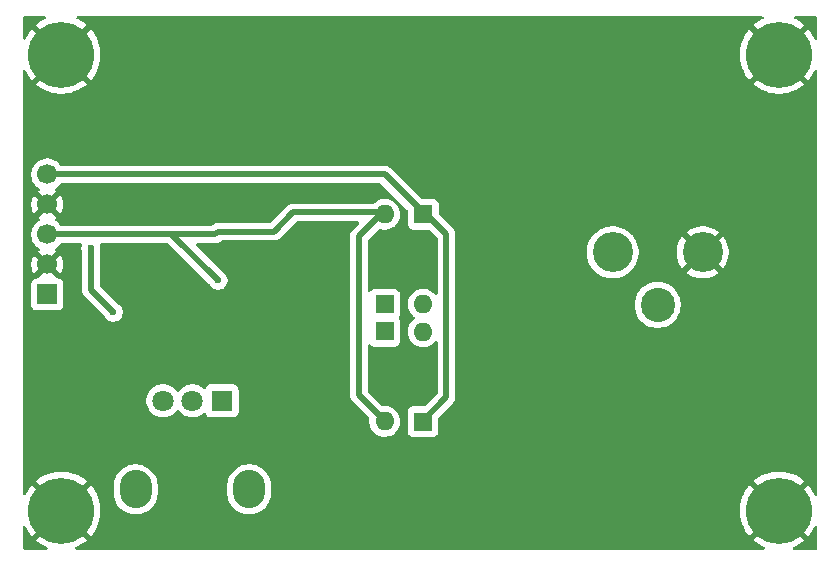
<source format=gbr>
%TF.GenerationSoftware,KiCad,Pcbnew,9.0.1-1.fc42*%
%TF.CreationDate,2025-05-12T13:06:46+02:00*%
%TF.ProjectId,PreAmp,50726541-6d70-42e6-9b69-6361645f7063,1*%
%TF.SameCoordinates,Original*%
%TF.FileFunction,Copper,L2,Bot*%
%TF.FilePolarity,Positive*%
%FSLAX46Y46*%
G04 Gerber Fmt 4.6, Leading zero omitted, Abs format (unit mm)*
G04 Created by KiCad (PCBNEW 9.0.1-1.fc42) date 2025-05-12 13:06:46*
%MOMM*%
%LPD*%
G01*
G04 APERTURE LIST*
%TA.AperFunction,ComponentPad*%
%ADD10O,2.720000X3.240000*%
%TD*%
%TA.AperFunction,ComponentPad*%
%ADD11R,1.800000X1.800000*%
%TD*%
%TA.AperFunction,ComponentPad*%
%ADD12C,1.800000*%
%TD*%
%TA.AperFunction,ComponentPad*%
%ADD13C,3.400000*%
%TD*%
%TA.AperFunction,ComponentPad*%
%ADD14C,2.900000*%
%TD*%
%TA.AperFunction,ComponentPad*%
%ADD15C,3.600000*%
%TD*%
%TA.AperFunction,ConnectorPad*%
%ADD16C,5.600000*%
%TD*%
%TA.AperFunction,ComponentPad*%
%ADD17R,1.600000X1.600000*%
%TD*%
%TA.AperFunction,ComponentPad*%
%ADD18O,1.600000X1.600000*%
%TD*%
%TA.AperFunction,ComponentPad*%
%ADD19R,1.700000X1.700000*%
%TD*%
%TA.AperFunction,ComponentPad*%
%ADD20C,1.700000*%
%TD*%
%TA.AperFunction,ViaPad*%
%ADD21C,0.600000*%
%TD*%
%TA.AperFunction,Conductor*%
%ADD22C,0.500000*%
%TD*%
%TA.AperFunction,Conductor*%
%ADD23C,0.200000*%
%TD*%
G04 APERTURE END LIST*
D10*
%TO.P,RV1,*%
%TO.N,*%
X134900000Y-115400000D03*
X125300000Y-115400000D03*
D11*
%TO.P,RV1,1,1*%
%TO.N,Net-(JP1-A)*%
X132600000Y-107900000D03*
D12*
%TO.P,RV1,2,2*%
%TO.N,Net-(U2-RG1)*%
X130100000Y-107900000D03*
%TO.P,RV1,3,3*%
%TO.N,Net-(R5-Pad1)*%
X127600000Y-107900000D03*
%TD*%
D13*
%TO.P,J1,1*%
%TO.N,GND*%
X173300000Y-95330000D03*
%TO.P,J1,2*%
%TO.N,/XLR+*%
X165680000Y-95330000D03*
D14*
%TO.P,J1,3*%
%TO.N,/XLR-*%
X169490000Y-99780000D03*
%TD*%
D15*
%TO.P,H4,1,1*%
%TO.N,GND*%
X179750000Y-78600000D03*
D16*
X179750000Y-78600000D03*
%TD*%
D17*
%TO.P,D4,1,K*%
%TO.N,/Cont-*%
X146370000Y-102030000D03*
D18*
%TO.P,D4,2,A*%
%TO.N,-6V*%
X146370000Y-109650000D03*
%TD*%
D17*
%TO.P,D2,1,K*%
%TO.N,/Cont+*%
X146380000Y-99730000D03*
D18*
%TO.P,D2,2,A*%
%TO.N,-6V*%
X146380000Y-92110000D03*
%TD*%
D15*
%TO.P,H1,1,1*%
%TO.N,GND*%
X179750000Y-117200000D03*
D16*
X179750000Y-117200000D03*
%TD*%
D19*
%TO.P,J2,1,Pin_1*%
%TO.N,Out*%
X117808000Y-98900000D03*
D20*
%TO.P,J2,2,Pin_2*%
%TO.N,GND*%
X117808000Y-96360000D03*
%TO.P,J2,3,Pin_3*%
%TO.N,-6V*%
X117808000Y-93820000D03*
%TO.P,J2,4,Pin_4*%
%TO.N,GND*%
X117808000Y-91280000D03*
%TO.P,J2,5,Pin_5*%
%TO.N,6V*%
X117808000Y-88740000D03*
%TD*%
D17*
%TO.P,D1,1,K*%
%TO.N,6V*%
X149640000Y-92110000D03*
D18*
%TO.P,D1,2,A*%
%TO.N,/Cont+*%
X149640000Y-99730000D03*
%TD*%
D15*
%TO.P,H2,1,1*%
%TO.N,GND*%
X119000000Y-117200000D03*
D16*
X119000000Y-117200000D03*
%TD*%
D15*
%TO.P,H3,1,1*%
%TO.N,GND*%
X119000000Y-78600000D03*
D16*
X119000000Y-78600000D03*
%TD*%
D17*
%TO.P,D3,1,K*%
%TO.N,6V*%
X149630000Y-109660000D03*
D18*
%TO.P,D3,2,A*%
%TO.N,/Cont-*%
X149630000Y-102040000D03*
%TD*%
D21*
%TO.N,GND*%
X127670000Y-90400000D03*
X127320000Y-92620000D03*
%TO.N,-6V*%
X132270000Y-97700000D03*
%TO.N,6V*%
X123400000Y-100400000D03*
X121500000Y-95000000D03*
%TD*%
D22*
%TO.N,-6V*%
X146220000Y-91960000D02*
X144200000Y-93980000D01*
X144200000Y-107400000D02*
X146400000Y-109600000D01*
X117808000Y-93820000D02*
X128400000Y-93820000D01*
X132280000Y-93580000D02*
X137000000Y-93580000D01*
X128400000Y-93830000D02*
X128400000Y-93820000D01*
X138620000Y-91960000D02*
X146220000Y-91960000D01*
X128400000Y-93820000D02*
X132040000Y-93820000D01*
X132040000Y-93820000D02*
X132280000Y-93580000D01*
X132270000Y-97700000D02*
X128400000Y-93830000D01*
X137000000Y-93580000D02*
X138620000Y-91960000D01*
X144200000Y-93980000D02*
X144200000Y-107400000D01*
%TO.N,6V*%
X121500000Y-98500000D02*
X121500000Y-95000000D01*
X151600000Y-107600000D02*
X149600000Y-109600000D01*
X123400000Y-100400000D02*
X121500000Y-98500000D01*
X149800000Y-91980000D02*
X151600000Y-93780000D01*
X149600000Y-91980000D02*
X149800000Y-91980000D01*
X146445000Y-88805000D02*
X149600000Y-91960000D01*
D23*
X149600000Y-91960000D02*
X149600000Y-91980000D01*
D22*
X151600000Y-93780000D02*
X151600000Y-107600000D01*
X146380000Y-88740000D02*
X146445000Y-88805000D01*
X117808000Y-88740000D02*
X146380000Y-88740000D01*
%TD*%
%TA.AperFunction,Conductor*%
%TO.N,GND*%
G36*
X117779588Y-118242330D02*
G01*
X117957670Y-118420412D01*
X118059300Y-118494251D01*
X116849443Y-119704107D01*
X116849444Y-119704108D01*
X117031815Y-119853777D01*
X117031829Y-119853787D01*
X117301401Y-120033909D01*
X117301419Y-120033920D01*
X117587359Y-120186759D01*
X117587364Y-120186761D01*
X117766444Y-120260939D01*
X117820847Y-120304780D01*
X117842912Y-120371074D01*
X117825633Y-120438774D01*
X117774495Y-120486384D01*
X117718991Y-120499500D01*
X115874500Y-120499500D01*
X115807461Y-120479815D01*
X115761706Y-120427011D01*
X115750500Y-120375500D01*
X115750500Y-118601719D01*
X115770185Y-118534680D01*
X115822989Y-118488925D01*
X115892147Y-118478981D01*
X115955703Y-118508006D01*
X115989061Y-118554267D01*
X116013235Y-118612628D01*
X116013240Y-118612640D01*
X116166079Y-118898580D01*
X116166090Y-118898598D01*
X116346212Y-119168170D01*
X116346222Y-119168184D01*
X116495890Y-119350554D01*
X116495891Y-119350555D01*
X117705748Y-118140698D01*
X117779588Y-118242330D01*
G37*
%TD.AperFunction*%
%TA.AperFunction,Conductor*%
G36*
X178415320Y-75370185D02*
G01*
X178461075Y-75422989D01*
X178471019Y-75492147D01*
X178441994Y-75555703D01*
X178395733Y-75589061D01*
X178337371Y-75613235D01*
X178337359Y-75613240D01*
X178051419Y-75766079D01*
X178051401Y-75766090D01*
X177781829Y-75946212D01*
X177781815Y-75946222D01*
X177599444Y-76095890D01*
X177599443Y-76095891D01*
X178809301Y-77305748D01*
X178707670Y-77379588D01*
X178529588Y-77557670D01*
X178455748Y-77659301D01*
X177245891Y-76449443D01*
X177245890Y-76449444D01*
X177096222Y-76631815D01*
X177096212Y-76631829D01*
X176916090Y-76901401D01*
X176916079Y-76901419D01*
X176763240Y-77187359D01*
X176763238Y-77187364D01*
X176639157Y-77486921D01*
X176545033Y-77797207D01*
X176545030Y-77797218D01*
X176481782Y-78115198D01*
X176481779Y-78115215D01*
X176450000Y-78437884D01*
X176450000Y-78762115D01*
X176481779Y-79084784D01*
X176481782Y-79084801D01*
X176545030Y-79402781D01*
X176545033Y-79402792D01*
X176639157Y-79713078D01*
X176763238Y-80012635D01*
X176763240Y-80012640D01*
X176916079Y-80298580D01*
X176916090Y-80298598D01*
X177096212Y-80568170D01*
X177096222Y-80568184D01*
X177245890Y-80750554D01*
X177245891Y-80750555D01*
X178455748Y-79540698D01*
X178529588Y-79642330D01*
X178707670Y-79820412D01*
X178809300Y-79894251D01*
X177599443Y-81104107D01*
X177599444Y-81104108D01*
X177781815Y-81253777D01*
X177781829Y-81253787D01*
X178051401Y-81433909D01*
X178051419Y-81433920D01*
X178337359Y-81586759D01*
X178337364Y-81586761D01*
X178636921Y-81710842D01*
X178947207Y-81804966D01*
X178947218Y-81804969D01*
X179265198Y-81868217D01*
X179265215Y-81868220D01*
X179587884Y-81900000D01*
X179912116Y-81900000D01*
X180234784Y-81868220D01*
X180234801Y-81868217D01*
X180552781Y-81804969D01*
X180552792Y-81804966D01*
X180863078Y-81710842D01*
X181162635Y-81586761D01*
X181162640Y-81586759D01*
X181448580Y-81433920D01*
X181448598Y-81433909D01*
X181718170Y-81253787D01*
X181718183Y-81253777D01*
X181900554Y-81104108D01*
X181900554Y-81104107D01*
X180690698Y-79894251D01*
X180792330Y-79820412D01*
X180970412Y-79642330D01*
X181044251Y-79540698D01*
X182254107Y-80750554D01*
X182254108Y-80750554D01*
X182403777Y-80568183D01*
X182403787Y-80568170D01*
X182583909Y-80298598D01*
X182583920Y-80298580D01*
X182736759Y-80012640D01*
X182736761Y-80012635D01*
X182770939Y-79930124D01*
X182814780Y-79875721D01*
X182881074Y-79853656D01*
X182948773Y-79870935D01*
X182996384Y-79922072D01*
X183009500Y-79977577D01*
X183009500Y-115822422D01*
X182989815Y-115889461D01*
X182937011Y-115935216D01*
X182867853Y-115945160D01*
X182804297Y-115916135D01*
X182770939Y-115869875D01*
X182736761Y-115787364D01*
X182736759Y-115787359D01*
X182583920Y-115501419D01*
X182583909Y-115501401D01*
X182403787Y-115231829D01*
X182403777Y-115231815D01*
X182254108Y-115049444D01*
X182254107Y-115049443D01*
X181044250Y-116259299D01*
X180970412Y-116157670D01*
X180792330Y-115979588D01*
X180690697Y-115905747D01*
X181900555Y-114695891D01*
X181900554Y-114695890D01*
X181718184Y-114546222D01*
X181718170Y-114546212D01*
X181448598Y-114366090D01*
X181448580Y-114366079D01*
X181162640Y-114213240D01*
X181162635Y-114213238D01*
X180863078Y-114089157D01*
X180552792Y-113995033D01*
X180552781Y-113995030D01*
X180234801Y-113931782D01*
X180234784Y-113931779D01*
X179912116Y-113900000D01*
X179587884Y-113900000D01*
X179265215Y-113931779D01*
X179265198Y-113931782D01*
X178947218Y-113995030D01*
X178947207Y-113995033D01*
X178636921Y-114089157D01*
X178337364Y-114213238D01*
X178337359Y-114213240D01*
X178051419Y-114366079D01*
X178051401Y-114366090D01*
X177781829Y-114546212D01*
X177781815Y-114546222D01*
X177599444Y-114695890D01*
X177599443Y-114695891D01*
X178809301Y-115905748D01*
X178707670Y-115979588D01*
X178529588Y-116157670D01*
X178455748Y-116259301D01*
X177245891Y-115049443D01*
X177245890Y-115049444D01*
X177096222Y-115231815D01*
X177096212Y-115231829D01*
X176916090Y-115501401D01*
X176916079Y-115501419D01*
X176763240Y-115787359D01*
X176763238Y-115787364D01*
X176639157Y-116086921D01*
X176545033Y-116397207D01*
X176545030Y-116397218D01*
X176481782Y-116715198D01*
X176481779Y-116715215D01*
X176450000Y-117037884D01*
X176450000Y-117362115D01*
X176481779Y-117684784D01*
X176481782Y-117684801D01*
X176545030Y-118002781D01*
X176545033Y-118002792D01*
X176639157Y-118313078D01*
X176763238Y-118612635D01*
X176763240Y-118612640D01*
X176916079Y-118898580D01*
X176916090Y-118898598D01*
X177096212Y-119168170D01*
X177096222Y-119168184D01*
X177245890Y-119350554D01*
X177245891Y-119350555D01*
X178455748Y-118140698D01*
X178529588Y-118242330D01*
X178707670Y-118420412D01*
X178809300Y-118494251D01*
X177599443Y-119704107D01*
X177599444Y-119704108D01*
X177781815Y-119853777D01*
X177781829Y-119853787D01*
X178051401Y-120033909D01*
X178051419Y-120033920D01*
X178337359Y-120186759D01*
X178337364Y-120186761D01*
X178516444Y-120260939D01*
X178570847Y-120304780D01*
X178592912Y-120371074D01*
X178575633Y-120438774D01*
X178524495Y-120486384D01*
X178468991Y-120499500D01*
X120281009Y-120499500D01*
X120213970Y-120479815D01*
X120168215Y-120427011D01*
X120158271Y-120357853D01*
X120187296Y-120294297D01*
X120233556Y-120260939D01*
X120412635Y-120186761D01*
X120412640Y-120186759D01*
X120698580Y-120033920D01*
X120698598Y-120033909D01*
X120968170Y-119853787D01*
X120968183Y-119853777D01*
X121150554Y-119704108D01*
X121150554Y-119704107D01*
X119940698Y-118494251D01*
X120042330Y-118420412D01*
X120220412Y-118242330D01*
X120294251Y-118140698D01*
X121504107Y-119350554D01*
X121504108Y-119350554D01*
X121653777Y-119168183D01*
X121653787Y-119168170D01*
X121833909Y-118898598D01*
X121833920Y-118898580D01*
X121986759Y-118612640D01*
X121986761Y-118612635D01*
X122110842Y-118313078D01*
X122204966Y-118002792D01*
X122204969Y-118002781D01*
X122268217Y-117684801D01*
X122268220Y-117684784D01*
X122300000Y-117362115D01*
X122300000Y-117037884D01*
X122268220Y-116715215D01*
X122268217Y-116715198D01*
X122204969Y-116397218D01*
X122204966Y-116397207D01*
X122110842Y-116086921D01*
X121986761Y-115787364D01*
X121986759Y-115787359D01*
X121833920Y-115501419D01*
X121833909Y-115501401D01*
X121653787Y-115231829D01*
X121653777Y-115231816D01*
X121539576Y-115092662D01*
X121504107Y-115049443D01*
X120294250Y-116259300D01*
X120220412Y-116157670D01*
X120042330Y-115979588D01*
X119940697Y-115905747D01*
X120828397Y-115018048D01*
X123439500Y-115018048D01*
X123439500Y-115781951D01*
X123457167Y-115916135D01*
X123471334Y-116023744D01*
X123471335Y-116023746D01*
X123534456Y-116259320D01*
X123534459Y-116259330D01*
X123627786Y-116484640D01*
X123627791Y-116484651D01*
X123749727Y-116695848D01*
X123749738Y-116695864D01*
X123898199Y-116889343D01*
X123898205Y-116889350D01*
X124070649Y-117061794D01*
X124070655Y-117061799D01*
X124264144Y-117210268D01*
X124264151Y-117210272D01*
X124475348Y-117332208D01*
X124475353Y-117332210D01*
X124475356Y-117332212D01*
X124700679Y-117425544D01*
X124936256Y-117488666D01*
X125178056Y-117520500D01*
X125178063Y-117520500D01*
X125421937Y-117520500D01*
X125421944Y-117520500D01*
X125663744Y-117488666D01*
X125899321Y-117425544D01*
X126124644Y-117332212D01*
X126335856Y-117210268D01*
X126529345Y-117061799D01*
X126701799Y-116889345D01*
X126850268Y-116695856D01*
X126972212Y-116484644D01*
X127065544Y-116259321D01*
X127128666Y-116023744D01*
X127160500Y-115781944D01*
X127160500Y-115018056D01*
X127160499Y-115018048D01*
X133039500Y-115018048D01*
X133039500Y-115781951D01*
X133057167Y-115916135D01*
X133071334Y-116023744D01*
X133071335Y-116023746D01*
X133134456Y-116259320D01*
X133134459Y-116259330D01*
X133227786Y-116484640D01*
X133227791Y-116484651D01*
X133349727Y-116695848D01*
X133349738Y-116695864D01*
X133498199Y-116889343D01*
X133498205Y-116889350D01*
X133670649Y-117061794D01*
X133670655Y-117061799D01*
X133864144Y-117210268D01*
X133864151Y-117210272D01*
X134075348Y-117332208D01*
X134075353Y-117332210D01*
X134075356Y-117332212D01*
X134300679Y-117425544D01*
X134536256Y-117488666D01*
X134778056Y-117520500D01*
X134778063Y-117520500D01*
X135021937Y-117520500D01*
X135021944Y-117520500D01*
X135263744Y-117488666D01*
X135499321Y-117425544D01*
X135724644Y-117332212D01*
X135935856Y-117210268D01*
X136129345Y-117061799D01*
X136153260Y-117037884D01*
X136243989Y-116947156D01*
X136301794Y-116889350D01*
X136301799Y-116889345D01*
X136450268Y-116695856D01*
X136572212Y-116484644D01*
X136665544Y-116259321D01*
X136728666Y-116023744D01*
X136760500Y-115781944D01*
X136760500Y-115018056D01*
X136728666Y-114776256D01*
X136665544Y-114540679D01*
X136572212Y-114315356D01*
X136572210Y-114315353D01*
X136572208Y-114315348D01*
X136450272Y-114104151D01*
X136450268Y-114104144D01*
X136301799Y-113910655D01*
X136301794Y-113910649D01*
X136129350Y-113738205D01*
X136129343Y-113738199D01*
X135935864Y-113589738D01*
X135935862Y-113589736D01*
X135935856Y-113589732D01*
X135935851Y-113589729D01*
X135935848Y-113589727D01*
X135724651Y-113467791D01*
X135724640Y-113467786D01*
X135499330Y-113374459D01*
X135499323Y-113374457D01*
X135499321Y-113374456D01*
X135263744Y-113311334D01*
X135223333Y-113306013D01*
X135021951Y-113279500D01*
X135021944Y-113279500D01*
X134778056Y-113279500D01*
X134778048Y-113279500D01*
X134547896Y-113309801D01*
X134536256Y-113311334D01*
X134300679Y-113374456D01*
X134300669Y-113374459D01*
X134075359Y-113467786D01*
X134075348Y-113467791D01*
X133864151Y-113589727D01*
X133864135Y-113589738D01*
X133670656Y-113738199D01*
X133670649Y-113738205D01*
X133498205Y-113910649D01*
X133498199Y-113910656D01*
X133349738Y-114104135D01*
X133349727Y-114104151D01*
X133227791Y-114315348D01*
X133227786Y-114315359D01*
X133134459Y-114540669D01*
X133134456Y-114540679D01*
X133071336Y-114776251D01*
X133071335Y-114776253D01*
X133071333Y-114776264D01*
X133039500Y-115018048D01*
X127160499Y-115018048D01*
X127128666Y-114776256D01*
X127065544Y-114540679D01*
X126972212Y-114315356D01*
X126972210Y-114315353D01*
X126972208Y-114315348D01*
X126850272Y-114104151D01*
X126850268Y-114104144D01*
X126701799Y-113910655D01*
X126701794Y-113910649D01*
X126529350Y-113738205D01*
X126529343Y-113738199D01*
X126335864Y-113589738D01*
X126335862Y-113589736D01*
X126335856Y-113589732D01*
X126335851Y-113589729D01*
X126335848Y-113589727D01*
X126124651Y-113467791D01*
X126124640Y-113467786D01*
X125899330Y-113374459D01*
X125899323Y-113374457D01*
X125899321Y-113374456D01*
X125663744Y-113311334D01*
X125623333Y-113306013D01*
X125421951Y-113279500D01*
X125421944Y-113279500D01*
X125178056Y-113279500D01*
X125178048Y-113279500D01*
X124947896Y-113309801D01*
X124936256Y-113311334D01*
X124700679Y-113374456D01*
X124700669Y-113374459D01*
X124475359Y-113467786D01*
X124475348Y-113467791D01*
X124264151Y-113589727D01*
X124264135Y-113589738D01*
X124070656Y-113738199D01*
X124070649Y-113738205D01*
X123898205Y-113910649D01*
X123898199Y-113910656D01*
X123749738Y-114104135D01*
X123749727Y-114104151D01*
X123627791Y-114315348D01*
X123627786Y-114315359D01*
X123534459Y-114540669D01*
X123534456Y-114540679D01*
X123471336Y-114776251D01*
X123471335Y-114776253D01*
X123471333Y-114776264D01*
X123439500Y-115018048D01*
X120828397Y-115018048D01*
X121150555Y-114695891D01*
X121150554Y-114695890D01*
X120968184Y-114546222D01*
X120968170Y-114546212D01*
X120698598Y-114366090D01*
X120698580Y-114366079D01*
X120412640Y-114213240D01*
X120412635Y-114213238D01*
X120113078Y-114089157D01*
X119802792Y-113995033D01*
X119802781Y-113995030D01*
X119484801Y-113931782D01*
X119484784Y-113931779D01*
X119162116Y-113900000D01*
X118837884Y-113900000D01*
X118515215Y-113931779D01*
X118515198Y-113931782D01*
X118197218Y-113995030D01*
X118197207Y-113995033D01*
X117886921Y-114089157D01*
X117587364Y-114213238D01*
X117587359Y-114213240D01*
X117301419Y-114366079D01*
X117301401Y-114366090D01*
X117031829Y-114546212D01*
X117031815Y-114546222D01*
X116849444Y-114695890D01*
X116849443Y-114695891D01*
X118059301Y-115905748D01*
X117957670Y-115979588D01*
X117779588Y-116157670D01*
X117705748Y-116259301D01*
X116495891Y-115049443D01*
X116495890Y-115049444D01*
X116346222Y-115231815D01*
X116346212Y-115231829D01*
X116166090Y-115501401D01*
X116166079Y-115501419D01*
X116013240Y-115787359D01*
X116013238Y-115787364D01*
X115989061Y-115845733D01*
X115945220Y-115900136D01*
X115878925Y-115922201D01*
X115811226Y-115904922D01*
X115763616Y-115853784D01*
X115750500Y-115798280D01*
X115750500Y-107789776D01*
X126199500Y-107789776D01*
X126199500Y-108010221D01*
X126233985Y-108227952D01*
X126302103Y-108437603D01*
X126302104Y-108437606D01*
X126402187Y-108634025D01*
X126531752Y-108812358D01*
X126531756Y-108812363D01*
X126687636Y-108968243D01*
X126687641Y-108968247D01*
X126789610Y-109042331D01*
X126865978Y-109097815D01*
X126994375Y-109163237D01*
X127062393Y-109197895D01*
X127062396Y-109197896D01*
X127167221Y-109231955D01*
X127272049Y-109266015D01*
X127489778Y-109300500D01*
X127489779Y-109300500D01*
X127710221Y-109300500D01*
X127710222Y-109300500D01*
X127927951Y-109266015D01*
X128137606Y-109197895D01*
X128334022Y-109097815D01*
X128512365Y-108968242D01*
X128668242Y-108812365D01*
X128749682Y-108700270D01*
X128805011Y-108657606D01*
X128874624Y-108651627D01*
X128936420Y-108684232D01*
X128950313Y-108700265D01*
X129031577Y-108812116D01*
X129031758Y-108812365D01*
X129187636Y-108968243D01*
X129187641Y-108968247D01*
X129289610Y-109042331D01*
X129365978Y-109097815D01*
X129494375Y-109163237D01*
X129562393Y-109197895D01*
X129562396Y-109197896D01*
X129667221Y-109231955D01*
X129772049Y-109266015D01*
X129989778Y-109300500D01*
X129989779Y-109300500D01*
X130210221Y-109300500D01*
X130210222Y-109300500D01*
X130427951Y-109266015D01*
X130637606Y-109197895D01*
X130834022Y-109097815D01*
X131012365Y-108968242D01*
X131033401Y-108947205D01*
X131094721Y-108913720D01*
X131164413Y-108918703D01*
X131220348Y-108960574D01*
X131237264Y-108991552D01*
X131256203Y-109042329D01*
X131256206Y-109042335D01*
X131342452Y-109157544D01*
X131342455Y-109157547D01*
X131457664Y-109243793D01*
X131457671Y-109243797D01*
X131592517Y-109294091D01*
X131592516Y-109294091D01*
X131599444Y-109294835D01*
X131652127Y-109300500D01*
X133547872Y-109300499D01*
X133607483Y-109294091D01*
X133742331Y-109243796D01*
X133857546Y-109157546D01*
X133943796Y-109042331D01*
X133994091Y-108907483D01*
X134000500Y-108847873D01*
X134000499Y-106952128D01*
X133994091Y-106892517D01*
X133979275Y-106852794D01*
X133943797Y-106757671D01*
X133943793Y-106757664D01*
X133857547Y-106642455D01*
X133857544Y-106642452D01*
X133742335Y-106556206D01*
X133742328Y-106556202D01*
X133607482Y-106505908D01*
X133607483Y-106505908D01*
X133547883Y-106499501D01*
X133547881Y-106499500D01*
X133547873Y-106499500D01*
X133547864Y-106499500D01*
X131652129Y-106499500D01*
X131652123Y-106499501D01*
X131592516Y-106505908D01*
X131457671Y-106556202D01*
X131457664Y-106556206D01*
X131342455Y-106642452D01*
X131342452Y-106642455D01*
X131256206Y-106757664D01*
X131256201Y-106757674D01*
X131237263Y-106808448D01*
X131195391Y-106864381D01*
X131129927Y-106888797D01*
X131061654Y-106873945D01*
X131033401Y-106852794D01*
X131012363Y-106831756D01*
X131012358Y-106831752D01*
X130834025Y-106702187D01*
X130834024Y-106702186D01*
X130834022Y-106702185D01*
X130716791Y-106642452D01*
X130637606Y-106602104D01*
X130637603Y-106602103D01*
X130427952Y-106533985D01*
X130319086Y-106516742D01*
X130210222Y-106499500D01*
X129989778Y-106499500D01*
X129917201Y-106510995D01*
X129772047Y-106533985D01*
X129562396Y-106602103D01*
X129562393Y-106602104D01*
X129365974Y-106702187D01*
X129187641Y-106831752D01*
X129187636Y-106831756D01*
X129031756Y-106987636D01*
X129031752Y-106987641D01*
X128950318Y-107099727D01*
X128894989Y-107142393D01*
X128825375Y-107148372D01*
X128763580Y-107115767D01*
X128749682Y-107099727D01*
X128668247Y-106987641D01*
X128668243Y-106987636D01*
X128512363Y-106831756D01*
X128512358Y-106831752D01*
X128334025Y-106702187D01*
X128334024Y-106702186D01*
X128334022Y-106702185D01*
X128216791Y-106642452D01*
X128137606Y-106602104D01*
X128137603Y-106602103D01*
X127927952Y-106533985D01*
X127819086Y-106516742D01*
X127710222Y-106499500D01*
X127489778Y-106499500D01*
X127417201Y-106510995D01*
X127272047Y-106533985D01*
X127062396Y-106602103D01*
X127062393Y-106602104D01*
X126865974Y-106702187D01*
X126687641Y-106831752D01*
X126687636Y-106831756D01*
X126531756Y-106987636D01*
X126531752Y-106987641D01*
X126402187Y-107165974D01*
X126302104Y-107362393D01*
X126302103Y-107362396D01*
X126233985Y-107572047D01*
X126199500Y-107789776D01*
X115750500Y-107789776D01*
X115750500Y-88633713D01*
X116457500Y-88633713D01*
X116457500Y-88846286D01*
X116490753Y-89056239D01*
X116556444Y-89258414D01*
X116652951Y-89447820D01*
X116777890Y-89619786D01*
X116928213Y-89770109D01*
X117100179Y-89895048D01*
X117100181Y-89895049D01*
X117100184Y-89895051D01*
X117109493Y-89899794D01*
X117160290Y-89947766D01*
X117177087Y-90015587D01*
X117154552Y-90081722D01*
X117109505Y-90120760D01*
X117100446Y-90125376D01*
X117100440Y-90125380D01*
X117046282Y-90164727D01*
X117046282Y-90164728D01*
X117678591Y-90797037D01*
X117615007Y-90814075D01*
X117500993Y-90879901D01*
X117407901Y-90972993D01*
X117342075Y-91087007D01*
X117325037Y-91150591D01*
X116692728Y-90518282D01*
X116692727Y-90518282D01*
X116653380Y-90572439D01*
X116556904Y-90761782D01*
X116491242Y-90963869D01*
X116491242Y-90963872D01*
X116458000Y-91173753D01*
X116458000Y-91386246D01*
X116491242Y-91596127D01*
X116491242Y-91596130D01*
X116556904Y-91798217D01*
X116653375Y-91987550D01*
X116692728Y-92041716D01*
X117325037Y-91409408D01*
X117342075Y-91472993D01*
X117407901Y-91587007D01*
X117500993Y-91680099D01*
X117615007Y-91745925D01*
X117678590Y-91762962D01*
X117046282Y-92395269D01*
X117046282Y-92395270D01*
X117100452Y-92434626D01*
X117100451Y-92434626D01*
X117109495Y-92439234D01*
X117160292Y-92487208D01*
X117177087Y-92555029D01*
X117154550Y-92621164D01*
X117109499Y-92660202D01*
X117100182Y-92664949D01*
X116928213Y-92789890D01*
X116777890Y-92940213D01*
X116652951Y-93112179D01*
X116556444Y-93301585D01*
X116490753Y-93503760D01*
X116471629Y-93624505D01*
X116457500Y-93713713D01*
X116457500Y-93926287D01*
X116490754Y-94136243D01*
X116554195Y-94331494D01*
X116556444Y-94338414D01*
X116652951Y-94527820D01*
X116777890Y-94699786D01*
X116928213Y-94850109D01*
X117100179Y-94975048D01*
X117100181Y-94975049D01*
X117100184Y-94975051D01*
X117109493Y-94979794D01*
X117160290Y-95027766D01*
X117177087Y-95095587D01*
X117154552Y-95161722D01*
X117109505Y-95200760D01*
X117100446Y-95205376D01*
X117100440Y-95205380D01*
X117046282Y-95244727D01*
X117046282Y-95244728D01*
X117678591Y-95877037D01*
X117615007Y-95894075D01*
X117500993Y-95959901D01*
X117407901Y-96052993D01*
X117342075Y-96167007D01*
X117325037Y-96230591D01*
X116692728Y-95598282D01*
X116692727Y-95598282D01*
X116653380Y-95652439D01*
X116556904Y-95841782D01*
X116491242Y-96043869D01*
X116491242Y-96043872D01*
X116458000Y-96253753D01*
X116458000Y-96466246D01*
X116491242Y-96676127D01*
X116491242Y-96676130D01*
X116556904Y-96878217D01*
X116653375Y-97067550D01*
X116692728Y-97121716D01*
X117325037Y-96489408D01*
X117342075Y-96552993D01*
X117407901Y-96667007D01*
X117500993Y-96760099D01*
X117615007Y-96825925D01*
X117678590Y-96842962D01*
X117008370Y-97513181D01*
X116947047Y-97546666D01*
X116920698Y-97549500D01*
X116910134Y-97549500D01*
X116910123Y-97549501D01*
X116850516Y-97555908D01*
X116715671Y-97606202D01*
X116715664Y-97606206D01*
X116600455Y-97692452D01*
X116600452Y-97692455D01*
X116514206Y-97807664D01*
X116514202Y-97807671D01*
X116463908Y-97942517D01*
X116457501Y-98002116D01*
X116457501Y-98002123D01*
X116457500Y-98002135D01*
X116457500Y-99797870D01*
X116457501Y-99797876D01*
X116463908Y-99857483D01*
X116514202Y-99992328D01*
X116514206Y-99992335D01*
X116600452Y-100107544D01*
X116600455Y-100107547D01*
X116715664Y-100193793D01*
X116715671Y-100193797D01*
X116850517Y-100244091D01*
X116850516Y-100244091D01*
X116857444Y-100244835D01*
X116910127Y-100250500D01*
X118705872Y-100250499D01*
X118765483Y-100244091D01*
X118900331Y-100193796D01*
X119015546Y-100107546D01*
X119101796Y-99992331D01*
X119152091Y-99857483D01*
X119158500Y-99797873D01*
X119158499Y-98002128D01*
X119152091Y-97942517D01*
X119148728Y-97933501D01*
X119101797Y-97807671D01*
X119101793Y-97807664D01*
X119015547Y-97692455D01*
X119015544Y-97692452D01*
X118900335Y-97606206D01*
X118900328Y-97606202D01*
X118765482Y-97555908D01*
X118765483Y-97555908D01*
X118705883Y-97549501D01*
X118705881Y-97549500D01*
X118705873Y-97549500D01*
X118705865Y-97549500D01*
X118695309Y-97549500D01*
X118628270Y-97529815D01*
X118607628Y-97513181D01*
X117937408Y-96842962D01*
X118000993Y-96825925D01*
X118115007Y-96760099D01*
X118208099Y-96667007D01*
X118273925Y-96552993D01*
X118290962Y-96489409D01*
X118923270Y-97121717D01*
X118923270Y-97121716D01*
X118962622Y-97067554D01*
X119059095Y-96878217D01*
X119124757Y-96676130D01*
X119124757Y-96676127D01*
X119158000Y-96466246D01*
X119158000Y-96253753D01*
X119124757Y-96043872D01*
X119124757Y-96043869D01*
X119059095Y-95841782D01*
X118962624Y-95652449D01*
X118923270Y-95598282D01*
X118923269Y-95598282D01*
X118290962Y-96230590D01*
X118273925Y-96167007D01*
X118208099Y-96052993D01*
X118115007Y-95959901D01*
X118000993Y-95894075D01*
X117937409Y-95877037D01*
X118569716Y-95244728D01*
X118515547Y-95205373D01*
X118515547Y-95205372D01*
X118506500Y-95200763D01*
X118455706Y-95152788D01*
X118438912Y-95084966D01*
X118461451Y-95018832D01*
X118506508Y-94979793D01*
X118515816Y-94975051D01*
X118595007Y-94917515D01*
X118687786Y-94850109D01*
X118687788Y-94850106D01*
X118687792Y-94850104D01*
X118838104Y-94699792D01*
X118857945Y-94672483D01*
X118894903Y-94621615D01*
X118950233Y-94578949D01*
X118995221Y-94570500D01*
X120625871Y-94570500D01*
X120692910Y-94590185D01*
X120738665Y-94642989D01*
X120748609Y-94712147D01*
X120740432Y-94741952D01*
X120730264Y-94766498D01*
X120730261Y-94766510D01*
X120699500Y-94921153D01*
X120699500Y-95078846D01*
X120730261Y-95233489D01*
X120730263Y-95233497D01*
X120740061Y-95257151D01*
X120749500Y-95304604D01*
X120749500Y-98573918D01*
X120749500Y-98573920D01*
X120749499Y-98573920D01*
X120778340Y-98718907D01*
X120778343Y-98718917D01*
X120834912Y-98855487D01*
X120834916Y-98855495D01*
X120840667Y-98864101D01*
X120840668Y-98864106D01*
X120840670Y-98864106D01*
X120917051Y-98978420D01*
X120917052Y-98978421D01*
X122653927Y-100715295D01*
X122680807Y-100755523D01*
X122690604Y-100779175D01*
X122690609Y-100779185D01*
X122778210Y-100910288D01*
X122778213Y-100910292D01*
X122889707Y-101021786D01*
X122889711Y-101021789D01*
X123020814Y-101109390D01*
X123020827Y-101109397D01*
X123166498Y-101169735D01*
X123166503Y-101169737D01*
X123304603Y-101197207D01*
X123321153Y-101200499D01*
X123321156Y-101200500D01*
X123321158Y-101200500D01*
X123478844Y-101200500D01*
X123478845Y-101200499D01*
X123633497Y-101169737D01*
X123779179Y-101109394D01*
X123910289Y-101021789D01*
X124021789Y-100910289D01*
X124109394Y-100779179D01*
X124169737Y-100633497D01*
X124200500Y-100478842D01*
X124200500Y-100321158D01*
X124200500Y-100321155D01*
X124200499Y-100321153D01*
X124169738Y-100166510D01*
X124169737Y-100166503D01*
X124169735Y-100166498D01*
X124109397Y-100020827D01*
X124109390Y-100020814D01*
X124021789Y-99889711D01*
X124021786Y-99889707D01*
X123910292Y-99778213D01*
X123910288Y-99778210D01*
X123779185Y-99690609D01*
X123779175Y-99690604D01*
X123755523Y-99680807D01*
X123715295Y-99653927D01*
X122286819Y-98225451D01*
X122253334Y-98164128D01*
X122250500Y-98137770D01*
X122250500Y-95304604D01*
X122259939Y-95257151D01*
X122262401Y-95251207D01*
X122269737Y-95233497D01*
X122300500Y-95078842D01*
X122300500Y-94921158D01*
X122300500Y-94921155D01*
X122300499Y-94921153D01*
X122280384Y-94820030D01*
X122269737Y-94766503D01*
X122259568Y-94741952D01*
X122252099Y-94672483D01*
X122283374Y-94610004D01*
X122343463Y-94574352D01*
X122374129Y-94570500D01*
X128027770Y-94570500D01*
X128094809Y-94590185D01*
X128115451Y-94606819D01*
X131523926Y-98015293D01*
X131550805Y-98055519D01*
X131560603Y-98079172D01*
X131560606Y-98079178D01*
X131560609Y-98079185D01*
X131648210Y-98210288D01*
X131648213Y-98210292D01*
X131759707Y-98321786D01*
X131759711Y-98321789D01*
X131890814Y-98409390D01*
X131890827Y-98409397D01*
X131954834Y-98435909D01*
X132036503Y-98469737D01*
X132144309Y-98491181D01*
X132191153Y-98500499D01*
X132191156Y-98500500D01*
X132191158Y-98500500D01*
X132348844Y-98500500D01*
X132348845Y-98500499D01*
X132503497Y-98469737D01*
X132649179Y-98409394D01*
X132780289Y-98321789D01*
X132891789Y-98210289D01*
X132979394Y-98079179D01*
X133039737Y-97933497D01*
X133070500Y-97778842D01*
X133070500Y-97621158D01*
X133070500Y-97621155D01*
X133070499Y-97621153D01*
X133056246Y-97549500D01*
X133039737Y-97466503D01*
X133019529Y-97417716D01*
X132979397Y-97320827D01*
X132979390Y-97320814D01*
X132891789Y-97189711D01*
X132891786Y-97189707D01*
X132780292Y-97078213D01*
X132780288Y-97078210D01*
X132649185Y-96990609D01*
X132649180Y-96990607D01*
X132649179Y-96990606D01*
X132625519Y-96980805D01*
X132585293Y-96953926D01*
X130413549Y-94782181D01*
X130380064Y-94720858D01*
X130385048Y-94651166D01*
X130426920Y-94595233D01*
X130492384Y-94570816D01*
X130501230Y-94570500D01*
X132113920Y-94570500D01*
X132211462Y-94551096D01*
X132258913Y-94541658D01*
X132395495Y-94485084D01*
X132444729Y-94452186D01*
X132518416Y-94402952D01*
X132559850Y-94361517D01*
X132565744Y-94356899D01*
X132591522Y-94346630D01*
X132615872Y-94333334D01*
X132628236Y-94332004D01*
X132630653Y-94331042D01*
X132632979Y-94331494D01*
X132642230Y-94330500D01*
X137073920Y-94330500D01*
X137171462Y-94311096D01*
X137218913Y-94301658D01*
X137355495Y-94245084D01*
X137404729Y-94212186D01*
X137478416Y-94162952D01*
X138894549Y-92746819D01*
X138955872Y-92713334D01*
X138982230Y-92710500D01*
X144108770Y-92710500D01*
X144175809Y-92730185D01*
X144221564Y-92782989D01*
X144231508Y-92852147D01*
X144202483Y-92915703D01*
X144196451Y-92922181D01*
X143617050Y-93501581D01*
X143617048Y-93501584D01*
X143599288Y-93528165D01*
X143599286Y-93528166D01*
X143599286Y-93528167D01*
X143534916Y-93624503D01*
X143534914Y-93624506D01*
X143478343Y-93761082D01*
X143478340Y-93761092D01*
X143449500Y-93906079D01*
X143449500Y-93906082D01*
X143449500Y-107473918D01*
X143449500Y-107473920D01*
X143449499Y-107473920D01*
X143478340Y-107618907D01*
X143478343Y-107618917D01*
X143534914Y-107755492D01*
X143557822Y-107789776D01*
X143557823Y-107789779D01*
X143617046Y-107878414D01*
X143617052Y-107878421D01*
X145054464Y-109315832D01*
X145087949Y-109377155D01*
X145089256Y-109422911D01*
X145069500Y-109547642D01*
X145069500Y-109752351D01*
X145101522Y-109954534D01*
X145164781Y-110149223D01*
X145257715Y-110331613D01*
X145378028Y-110497213D01*
X145522786Y-110641971D01*
X145605872Y-110702335D01*
X145688390Y-110762287D01*
X145796838Y-110817544D01*
X145870776Y-110855218D01*
X145870778Y-110855218D01*
X145870781Y-110855220D01*
X145975137Y-110889127D01*
X146065465Y-110918477D01*
X146166557Y-110934488D01*
X146267648Y-110950500D01*
X146267649Y-110950500D01*
X146472351Y-110950500D01*
X146472352Y-110950500D01*
X146674534Y-110918477D01*
X146869219Y-110855220D01*
X147051610Y-110762287D01*
X147144590Y-110694732D01*
X147217213Y-110641971D01*
X147217215Y-110641968D01*
X147217219Y-110641966D01*
X147361966Y-110497219D01*
X147361968Y-110497215D01*
X147361971Y-110497213D01*
X147414732Y-110424590D01*
X147482287Y-110331610D01*
X147575220Y-110149219D01*
X147638477Y-109954534D01*
X147670500Y-109752352D01*
X147670500Y-109547648D01*
X147643496Y-109377155D01*
X147638477Y-109345465D01*
X147605441Y-109243793D01*
X147575220Y-109150781D01*
X147575218Y-109150778D01*
X147575218Y-109150776D01*
X147519960Y-109042328D01*
X147482287Y-108968390D01*
X147446188Y-108918703D01*
X147361971Y-108802786D01*
X147217213Y-108658028D01*
X147051613Y-108537715D01*
X147051612Y-108537714D01*
X147051610Y-108537713D01*
X146994653Y-108508691D01*
X146869223Y-108444781D01*
X146674534Y-108381522D01*
X146499995Y-108353878D01*
X146472352Y-108349500D01*
X146267648Y-108349500D01*
X146262776Y-108349500D01*
X146262776Y-108347266D01*
X146203428Y-108334689D01*
X146174588Y-108313220D01*
X144986819Y-107125451D01*
X144953334Y-107064128D01*
X144950500Y-107037770D01*
X144950500Y-103210177D01*
X144970185Y-103143138D01*
X145022989Y-103097383D01*
X145092147Y-103087439D01*
X145155703Y-103116464D01*
X145173763Y-103135862D01*
X145212454Y-103187546D01*
X145242685Y-103210177D01*
X145327664Y-103273793D01*
X145327671Y-103273797D01*
X145462517Y-103324091D01*
X145462516Y-103324091D01*
X145469444Y-103324835D01*
X145522127Y-103330500D01*
X147217872Y-103330499D01*
X147277483Y-103324091D01*
X147412331Y-103273796D01*
X147527546Y-103187546D01*
X147613796Y-103072331D01*
X147664091Y-102937483D01*
X147670500Y-102877873D01*
X147670499Y-101182128D01*
X147664091Y-101122517D01*
X147659196Y-101109394D01*
X147613797Y-100987672D01*
X147613796Y-100987669D01*
X147593822Y-100960988D01*
X147569406Y-100895528D01*
X147584257Y-100827254D01*
X147593819Y-100812373D01*
X147623796Y-100772331D01*
X147674091Y-100637483D01*
X147680500Y-100577873D01*
X147680499Y-98882128D01*
X147674091Y-98822517D01*
X147635449Y-98718913D01*
X147623797Y-98687671D01*
X147623793Y-98687664D01*
X147537547Y-98572455D01*
X147537544Y-98572452D01*
X147422335Y-98486206D01*
X147422328Y-98486202D01*
X147287482Y-98435908D01*
X147287483Y-98435908D01*
X147227883Y-98429501D01*
X147227881Y-98429500D01*
X147227873Y-98429500D01*
X147227864Y-98429500D01*
X145532129Y-98429500D01*
X145532123Y-98429501D01*
X145472516Y-98435908D01*
X145337671Y-98486202D01*
X145337664Y-98486206D01*
X145222455Y-98572452D01*
X145173766Y-98637492D01*
X145117832Y-98679362D01*
X145048140Y-98684346D01*
X144986817Y-98650860D01*
X144953333Y-98589536D01*
X144950500Y-98563180D01*
X144950500Y-94342228D01*
X144970185Y-94275189D01*
X144986815Y-94254551D01*
X145861291Y-93380074D01*
X145922612Y-93346591D01*
X145987287Y-93349825D01*
X146075466Y-93378477D01*
X146277648Y-93410500D01*
X146277649Y-93410500D01*
X146482351Y-93410500D01*
X146482352Y-93410500D01*
X146684534Y-93378477D01*
X146879219Y-93315220D01*
X147061610Y-93222287D01*
X147157901Y-93152328D01*
X147227213Y-93101971D01*
X147227215Y-93101968D01*
X147227219Y-93101966D01*
X147371966Y-92957219D01*
X147371968Y-92957215D01*
X147371971Y-92957213D01*
X147443805Y-92858340D01*
X147492287Y-92791610D01*
X147585220Y-92609219D01*
X147648477Y-92414534D01*
X147680500Y-92212352D01*
X147680500Y-92007648D01*
X147648477Y-91805466D01*
X147622185Y-91724549D01*
X147585218Y-91610776D01*
X147515013Y-91472993D01*
X147492287Y-91428390D01*
X147454988Y-91377052D01*
X147371971Y-91262786D01*
X147227213Y-91118028D01*
X147061613Y-90997715D01*
X147061612Y-90997714D01*
X147061610Y-90997713D01*
X147004653Y-90968691D01*
X146879223Y-90904781D01*
X146684534Y-90841522D01*
X146509995Y-90813878D01*
X146482352Y-90809500D01*
X146277648Y-90809500D01*
X146253329Y-90813351D01*
X146075465Y-90841522D01*
X145880776Y-90904781D01*
X145698386Y-90997715D01*
X145532786Y-91118028D01*
X145532782Y-91118032D01*
X145477634Y-91173181D01*
X145416311Y-91206666D01*
X145389953Y-91209500D01*
X138546080Y-91209500D01*
X138401092Y-91238340D01*
X138401082Y-91238343D01*
X138264511Y-91294912D01*
X138264504Y-91294916D01*
X138244596Y-91308218D01*
X138234573Y-91314916D01*
X138141579Y-91377051D01*
X138141578Y-91377052D01*
X136725451Y-92793181D01*
X136664128Y-92826666D01*
X136637770Y-92829500D01*
X132206080Y-92829500D01*
X132061092Y-92858340D01*
X132061082Y-92858343D01*
X131924511Y-92914912D01*
X131924498Y-92914919D01*
X131801584Y-92997048D01*
X131801580Y-92997051D01*
X131765453Y-93033180D01*
X131704131Y-93066666D01*
X131677771Y-93069500D01*
X118995221Y-93069500D01*
X118928182Y-93049815D01*
X118894903Y-93018385D01*
X118838107Y-92940211D01*
X118687786Y-92789890D01*
X118515817Y-92664949D01*
X118506504Y-92660204D01*
X118455707Y-92612230D01*
X118438912Y-92544409D01*
X118461449Y-92478274D01*
X118506507Y-92439232D01*
X118515555Y-92434622D01*
X118569716Y-92395270D01*
X118569717Y-92395270D01*
X117937408Y-91762962D01*
X118000993Y-91745925D01*
X118115007Y-91680099D01*
X118208099Y-91587007D01*
X118273925Y-91472993D01*
X118290962Y-91409409D01*
X118923270Y-92041717D01*
X118923270Y-92041716D01*
X118962622Y-91987554D01*
X119059095Y-91798217D01*
X119124757Y-91596130D01*
X119124757Y-91596127D01*
X119158000Y-91386246D01*
X119158000Y-91173753D01*
X119124757Y-90963872D01*
X119124757Y-90963869D01*
X119059095Y-90761782D01*
X118962624Y-90572449D01*
X118923270Y-90518282D01*
X118923269Y-90518282D01*
X118290962Y-91150590D01*
X118273925Y-91087007D01*
X118208099Y-90972993D01*
X118115007Y-90879901D01*
X118000993Y-90814075D01*
X117937409Y-90797037D01*
X118569716Y-90164728D01*
X118515547Y-90125373D01*
X118515547Y-90125372D01*
X118506500Y-90120763D01*
X118455706Y-90072788D01*
X118438912Y-90004966D01*
X118461451Y-89938832D01*
X118506508Y-89899793D01*
X118515816Y-89895051D01*
X118595007Y-89837515D01*
X118687786Y-89770109D01*
X118687788Y-89770106D01*
X118687792Y-89770104D01*
X118838104Y-89619792D01*
X118838108Y-89619786D01*
X118894903Y-89541615D01*
X118950233Y-89498949D01*
X118995221Y-89490500D01*
X146017770Y-89490500D01*
X146084809Y-89510185D01*
X146105451Y-89526819D01*
X148303181Y-91724549D01*
X148336666Y-91785872D01*
X148339500Y-91812230D01*
X148339500Y-92957870D01*
X148339501Y-92957876D01*
X148345908Y-93017483D01*
X148396202Y-93152328D01*
X148396206Y-93152335D01*
X148482452Y-93267544D01*
X148482455Y-93267547D01*
X148597664Y-93353793D01*
X148597671Y-93353797D01*
X148732517Y-93404091D01*
X148732516Y-93404091D01*
X148739444Y-93404835D01*
X148792127Y-93410500D01*
X150117769Y-93410499D01*
X150184808Y-93430184D01*
X150205450Y-93446818D01*
X150813181Y-94054548D01*
X150846666Y-94115871D01*
X150849500Y-94142229D01*
X150849500Y-98801363D01*
X150829815Y-98868402D01*
X150777011Y-98914157D01*
X150707853Y-98924101D01*
X150644297Y-98895076D01*
X150635459Y-98886177D01*
X150635411Y-98886226D01*
X150487213Y-98738028D01*
X150321613Y-98617715D01*
X150321612Y-98617714D01*
X150321610Y-98617713D01*
X150235658Y-98573918D01*
X150139223Y-98524781D01*
X149944534Y-98461522D01*
X149769995Y-98433878D01*
X149742352Y-98429500D01*
X149537648Y-98429500D01*
X149513329Y-98433351D01*
X149335465Y-98461522D01*
X149140776Y-98524781D01*
X148958386Y-98617715D01*
X148792786Y-98738028D01*
X148648028Y-98882786D01*
X148527715Y-99048386D01*
X148434781Y-99230776D01*
X148371522Y-99425465D01*
X148339500Y-99627648D01*
X148339500Y-99832351D01*
X148371522Y-100034534D01*
X148434781Y-100229223D01*
X148481623Y-100321153D01*
X148526033Y-100408313D01*
X148527715Y-100411613D01*
X148648028Y-100577213D01*
X148792782Y-100721967D01*
X148792787Y-100721971D01*
X148874101Y-100781049D01*
X148916767Y-100836378D01*
X148922746Y-100905992D01*
X148890141Y-100967787D01*
X148874101Y-100981685D01*
X148782787Y-101048028D01*
X148782782Y-101048032D01*
X148638028Y-101192786D01*
X148517715Y-101358386D01*
X148424781Y-101540776D01*
X148361522Y-101735465D01*
X148329500Y-101937648D01*
X148329500Y-102142351D01*
X148361522Y-102344534D01*
X148424781Y-102539223D01*
X148517715Y-102721613D01*
X148638028Y-102887213D01*
X148782786Y-103031971D01*
X148899083Y-103116464D01*
X148948390Y-103152287D01*
X149017586Y-103187544D01*
X149130776Y-103245218D01*
X149130778Y-103245218D01*
X149130781Y-103245220D01*
X149218720Y-103273793D01*
X149325465Y-103308477D01*
X149424047Y-103324091D01*
X149527648Y-103340500D01*
X149527649Y-103340500D01*
X149732351Y-103340500D01*
X149732352Y-103340500D01*
X149934534Y-103308477D01*
X150129219Y-103245220D01*
X150311610Y-103152287D01*
X150404590Y-103084732D01*
X150477213Y-103031971D01*
X150477215Y-103031968D01*
X150477219Y-103031966D01*
X150621966Y-102887219D01*
X150625178Y-102882797D01*
X150680505Y-102840129D01*
X150750118Y-102834146D01*
X150811915Y-102866749D01*
X150846276Y-102927586D01*
X150849500Y-102955678D01*
X150849500Y-107237769D01*
X150829815Y-107304808D01*
X150813181Y-107325450D01*
X149815449Y-108323181D01*
X149754126Y-108356666D01*
X149727768Y-108359500D01*
X148782129Y-108359500D01*
X148782123Y-108359501D01*
X148722516Y-108365908D01*
X148587671Y-108416202D01*
X148587664Y-108416206D01*
X148472455Y-108502452D01*
X148472452Y-108502455D01*
X148386206Y-108617664D01*
X148386202Y-108617671D01*
X148335908Y-108752517D01*
X148329501Y-108812116D01*
X148329500Y-108812135D01*
X148329500Y-110507870D01*
X148329501Y-110507876D01*
X148335908Y-110567483D01*
X148386202Y-110702328D01*
X148386206Y-110702335D01*
X148472452Y-110817544D01*
X148472455Y-110817547D01*
X148587664Y-110903793D01*
X148587671Y-110903797D01*
X148722517Y-110954091D01*
X148722516Y-110954091D01*
X148729444Y-110954835D01*
X148782127Y-110960500D01*
X150477872Y-110960499D01*
X150537483Y-110954091D01*
X150672331Y-110903796D01*
X150787546Y-110817546D01*
X150873796Y-110702331D01*
X150924091Y-110567483D01*
X150930500Y-110507873D01*
X150930499Y-109382228D01*
X150950184Y-109315190D01*
X150966813Y-109294553D01*
X152182951Y-108078416D01*
X152191859Y-108065084D01*
X152265084Y-107955495D01*
X152321658Y-107818913D01*
X152350500Y-107673918D01*
X152350500Y-99652149D01*
X167539500Y-99652149D01*
X167539500Y-99907850D01*
X167556179Y-100034534D01*
X167572874Y-100161340D01*
X167615697Y-100321158D01*
X167639050Y-100408312D01*
X167639053Y-100408322D01*
X167736894Y-100644531D01*
X167736899Y-100644542D01*
X167864734Y-100865957D01*
X167864745Y-100865973D01*
X168020388Y-101068811D01*
X168020394Y-101068818D01*
X168201181Y-101249605D01*
X168201187Y-101249610D01*
X168404035Y-101405261D01*
X168404042Y-101405265D01*
X168625457Y-101533100D01*
X168625462Y-101533102D01*
X168625465Y-101533104D01*
X168861687Y-101630950D01*
X169108660Y-101697126D01*
X169362157Y-101730500D01*
X169362164Y-101730500D01*
X169617836Y-101730500D01*
X169617843Y-101730500D01*
X169871340Y-101697126D01*
X170118313Y-101630950D01*
X170354535Y-101533104D01*
X170575965Y-101405261D01*
X170778813Y-101249610D01*
X170959610Y-101068813D01*
X171115261Y-100865965D01*
X171243104Y-100644535D01*
X171340950Y-100408313D01*
X171407126Y-100161340D01*
X171440500Y-99907843D01*
X171440500Y-99652157D01*
X171407126Y-99398660D01*
X171340950Y-99151687D01*
X171243104Y-98915465D01*
X171243102Y-98915462D01*
X171243100Y-98915457D01*
X171115265Y-98694042D01*
X171115261Y-98694035D01*
X171021969Y-98572455D01*
X170959611Y-98491188D01*
X170959605Y-98491181D01*
X170778818Y-98310394D01*
X170778811Y-98310388D01*
X170575973Y-98154745D01*
X170575971Y-98154743D01*
X170575965Y-98154739D01*
X170575960Y-98154736D01*
X170575957Y-98154734D01*
X170354542Y-98026899D01*
X170354531Y-98026894D01*
X170118322Y-97929053D01*
X170118315Y-97929051D01*
X170118313Y-97929050D01*
X169871340Y-97862874D01*
X169815007Y-97855457D01*
X169617850Y-97829500D01*
X169617843Y-97829500D01*
X169362157Y-97829500D01*
X169362149Y-97829500D01*
X169136826Y-97859165D01*
X169108660Y-97862874D01*
X168861687Y-97929050D01*
X168861677Y-97929053D01*
X168625468Y-98026894D01*
X168625457Y-98026899D01*
X168404042Y-98154734D01*
X168404026Y-98154745D01*
X168201188Y-98310388D01*
X168201181Y-98310394D01*
X168020394Y-98491181D01*
X168020388Y-98491188D01*
X167864745Y-98694026D01*
X167864734Y-98694042D01*
X167736899Y-98915457D01*
X167736894Y-98915468D01*
X167639053Y-99151677D01*
X167639050Y-99151687D01*
X167614328Y-99243953D01*
X167572874Y-99398661D01*
X167539500Y-99652149D01*
X152350500Y-99652149D01*
X152350500Y-95185778D01*
X163479500Y-95185778D01*
X163479500Y-95474221D01*
X163479501Y-95474238D01*
X163517149Y-95760206D01*
X163517150Y-95760211D01*
X163517151Y-95760217D01*
X163591809Y-96038844D01*
X163591814Y-96038860D01*
X163702191Y-96305336D01*
X163702199Y-96305352D01*
X163846420Y-96555148D01*
X163846431Y-96555164D01*
X164022024Y-96784002D01*
X164022030Y-96784009D01*
X164225990Y-96987969D01*
X164225997Y-96987975D01*
X164329707Y-97067554D01*
X164454844Y-97163575D01*
X164454851Y-97163579D01*
X164704647Y-97307800D01*
X164704663Y-97307808D01*
X164971139Y-97418185D01*
X164971145Y-97418186D01*
X164971155Y-97418191D01*
X165249783Y-97492849D01*
X165535772Y-97530500D01*
X165535779Y-97530500D01*
X165824221Y-97530500D01*
X165824228Y-97530500D01*
X166110217Y-97492849D01*
X166388845Y-97418191D01*
X166388857Y-97418185D01*
X166388860Y-97418185D01*
X166655336Y-97307808D01*
X166655339Y-97307806D01*
X166655345Y-97307804D01*
X166905156Y-97163575D01*
X167134004Y-96987974D01*
X167168052Y-96953926D01*
X167205052Y-96916927D01*
X167337969Y-96784009D01*
X167337974Y-96784004D01*
X167513575Y-96555156D01*
X167657804Y-96305345D01*
X167768191Y-96038845D01*
X167842849Y-95760217D01*
X167880500Y-95474228D01*
X167880500Y-95185796D01*
X171100000Y-95185796D01*
X171100000Y-95474203D01*
X171137643Y-95760118D01*
X171212283Y-96038682D01*
X171322644Y-96305116D01*
X171322648Y-96305126D01*
X171466838Y-96554872D01*
X171577438Y-96699007D01*
X172584152Y-95692293D01*
X172591049Y-95708942D01*
X172678599Y-95839970D01*
X172790030Y-95951401D01*
X172921058Y-96038951D01*
X172937705Y-96045846D01*
X171930991Y-97052560D01*
X172075128Y-97163161D01*
X172324873Y-97307351D01*
X172324883Y-97307355D01*
X172591317Y-97417716D01*
X172869881Y-97492356D01*
X173155796Y-97529999D01*
X173155811Y-97530000D01*
X173444189Y-97530000D01*
X173444203Y-97529999D01*
X173730118Y-97492356D01*
X174008682Y-97417716D01*
X174275116Y-97307355D01*
X174275126Y-97307351D01*
X174524870Y-97163161D01*
X174524887Y-97163150D01*
X174669007Y-97052561D01*
X174669007Y-97052559D01*
X173662294Y-96045846D01*
X173678942Y-96038951D01*
X173809970Y-95951401D01*
X173921401Y-95839970D01*
X174008951Y-95708942D01*
X174015846Y-95692294D01*
X175022559Y-96699007D01*
X175022561Y-96699007D01*
X175133150Y-96554887D01*
X175133161Y-96554870D01*
X175277351Y-96305126D01*
X175277355Y-96305116D01*
X175387716Y-96038682D01*
X175462356Y-95760118D01*
X175499999Y-95474203D01*
X175500000Y-95474189D01*
X175500000Y-95185810D01*
X175499999Y-95185796D01*
X175462356Y-94899881D01*
X175387716Y-94621317D01*
X175277355Y-94354883D01*
X175277351Y-94354873D01*
X175133161Y-94105128D01*
X175022560Y-93960991D01*
X174015846Y-94967705D01*
X174008951Y-94951058D01*
X173921401Y-94820030D01*
X173809970Y-94708599D01*
X173678942Y-94621049D01*
X173662292Y-94614152D01*
X174669007Y-93607438D01*
X174524872Y-93496838D01*
X174275126Y-93352648D01*
X174275116Y-93352644D01*
X174008682Y-93242283D01*
X173730118Y-93167643D01*
X173444203Y-93130000D01*
X173155796Y-93130000D01*
X172869881Y-93167643D01*
X172591317Y-93242283D01*
X172324883Y-93352644D01*
X172324873Y-93352648D01*
X172075123Y-93496841D01*
X171930991Y-93607436D01*
X171930991Y-93607438D01*
X172937706Y-94614153D01*
X172921058Y-94621049D01*
X172790030Y-94708599D01*
X172678599Y-94820030D01*
X172591049Y-94951058D01*
X172584153Y-94967706D01*
X171577438Y-93960991D01*
X171577436Y-93960991D01*
X171466841Y-94105123D01*
X171322648Y-94354873D01*
X171322644Y-94354883D01*
X171212283Y-94621317D01*
X171137643Y-94899881D01*
X171100000Y-95185796D01*
X167880500Y-95185796D01*
X167880500Y-95185772D01*
X167842849Y-94899783D01*
X167768191Y-94621155D01*
X167768186Y-94621145D01*
X167768185Y-94621139D01*
X167657808Y-94354663D01*
X167657800Y-94354647D01*
X167513579Y-94104851D01*
X167513575Y-94104844D01*
X167361060Y-93906082D01*
X167337975Y-93875997D01*
X167337969Y-93875990D01*
X167134009Y-93672030D01*
X167134002Y-93672024D01*
X166905164Y-93496431D01*
X166905162Y-93496429D01*
X166905156Y-93496425D01*
X166905151Y-93496422D01*
X166905148Y-93496420D01*
X166655352Y-93352199D01*
X166655336Y-93352191D01*
X166388860Y-93241814D01*
X166388848Y-93241810D01*
X166388845Y-93241809D01*
X166110217Y-93167151D01*
X166110211Y-93167150D01*
X166110206Y-93167149D01*
X165824238Y-93129501D01*
X165824233Y-93129500D01*
X165824228Y-93129500D01*
X165535772Y-93129500D01*
X165535766Y-93129500D01*
X165535761Y-93129501D01*
X165249793Y-93167149D01*
X165249786Y-93167150D01*
X165249783Y-93167151D01*
X165044012Y-93222287D01*
X164971155Y-93241809D01*
X164971139Y-93241814D01*
X164704663Y-93352191D01*
X164704647Y-93352199D01*
X164454851Y-93496420D01*
X164454835Y-93496431D01*
X164225997Y-93672024D01*
X164225990Y-93672030D01*
X164022030Y-93875990D01*
X164022024Y-93875997D01*
X163846431Y-94104835D01*
X163846420Y-94104851D01*
X163702199Y-94354647D01*
X163702191Y-94354663D01*
X163591814Y-94621139D01*
X163591809Y-94621155D01*
X163530463Y-94850104D01*
X163517152Y-94899780D01*
X163517149Y-94899793D01*
X163479501Y-95185761D01*
X163479500Y-95185778D01*
X152350500Y-95185778D01*
X152350500Y-93706082D01*
X152350500Y-93706079D01*
X152321659Y-93561092D01*
X152321658Y-93561091D01*
X152321658Y-93561087D01*
X152308021Y-93528165D01*
X152265087Y-93424511D01*
X152265080Y-93424498D01*
X152182952Y-93301585D01*
X152148911Y-93267544D01*
X152078416Y-93197049D01*
X150976818Y-92095450D01*
X150943333Y-92034127D01*
X150940499Y-92007769D01*
X150940499Y-91262129D01*
X150940498Y-91262123D01*
X150934091Y-91202516D01*
X150883797Y-91067671D01*
X150883793Y-91067664D01*
X150797547Y-90952455D01*
X150797544Y-90952452D01*
X150682335Y-90866206D01*
X150682328Y-90866202D01*
X150547482Y-90815908D01*
X150547483Y-90815908D01*
X150487883Y-90809501D01*
X150487881Y-90809500D01*
X150487873Y-90809500D01*
X150487865Y-90809500D01*
X149562230Y-90809500D01*
X149495191Y-90789815D01*
X149474549Y-90773181D01*
X146928437Y-88227069D01*
X146923416Y-88222048D01*
X146858416Y-88157048D01*
X146748105Y-88083342D01*
X146735495Y-88074916D01*
X146735493Y-88074915D01*
X146735490Y-88074913D01*
X146598917Y-88018343D01*
X146598907Y-88018340D01*
X146453920Y-87989500D01*
X146453918Y-87989500D01*
X118995221Y-87989500D01*
X118928182Y-87969815D01*
X118894903Y-87938385D01*
X118838107Y-87860211D01*
X118687786Y-87709890D01*
X118515820Y-87584951D01*
X118326414Y-87488444D01*
X118326413Y-87488443D01*
X118326412Y-87488443D01*
X118124243Y-87422754D01*
X118124241Y-87422753D01*
X118124240Y-87422753D01*
X117962957Y-87397208D01*
X117914287Y-87389500D01*
X117701713Y-87389500D01*
X117653042Y-87397208D01*
X117491760Y-87422753D01*
X117289585Y-87488444D01*
X117100179Y-87584951D01*
X116928213Y-87709890D01*
X116777890Y-87860213D01*
X116652951Y-88032179D01*
X116556444Y-88221585D01*
X116490753Y-88423760D01*
X116457500Y-88633713D01*
X115750500Y-88633713D01*
X115750500Y-80001719D01*
X115770185Y-79934680D01*
X115822989Y-79888925D01*
X115892147Y-79878981D01*
X115955703Y-79908006D01*
X115989061Y-79954267D01*
X116013235Y-80012628D01*
X116013240Y-80012640D01*
X116166079Y-80298580D01*
X116166090Y-80298598D01*
X116346212Y-80568170D01*
X116346222Y-80568184D01*
X116495890Y-80750554D01*
X116495891Y-80750555D01*
X117705748Y-79540698D01*
X117779588Y-79642330D01*
X117957670Y-79820412D01*
X118059300Y-79894251D01*
X116849443Y-81104107D01*
X116849444Y-81104108D01*
X117031815Y-81253777D01*
X117031829Y-81253787D01*
X117301401Y-81433909D01*
X117301419Y-81433920D01*
X117587359Y-81586759D01*
X117587364Y-81586761D01*
X117886921Y-81710842D01*
X118197207Y-81804966D01*
X118197218Y-81804969D01*
X118515198Y-81868217D01*
X118515215Y-81868220D01*
X118837884Y-81900000D01*
X119162116Y-81900000D01*
X119484784Y-81868220D01*
X119484801Y-81868217D01*
X119802781Y-81804969D01*
X119802792Y-81804966D01*
X120113078Y-81710842D01*
X120412635Y-81586761D01*
X120412640Y-81586759D01*
X120698580Y-81433920D01*
X120698598Y-81433909D01*
X120968170Y-81253787D01*
X120968183Y-81253777D01*
X121150554Y-81104108D01*
X121150554Y-81104107D01*
X119940698Y-79894251D01*
X120042330Y-79820412D01*
X120220412Y-79642330D01*
X120294251Y-79540698D01*
X121504107Y-80750554D01*
X121504108Y-80750554D01*
X121653777Y-80568183D01*
X121653787Y-80568170D01*
X121833909Y-80298598D01*
X121833920Y-80298580D01*
X121986759Y-80012640D01*
X121986761Y-80012635D01*
X122110842Y-79713078D01*
X122204966Y-79402792D01*
X122204969Y-79402781D01*
X122268217Y-79084801D01*
X122268220Y-79084784D01*
X122300000Y-78762115D01*
X122300000Y-78437884D01*
X122268220Y-78115215D01*
X122268217Y-78115198D01*
X122204969Y-77797218D01*
X122204966Y-77797207D01*
X122110842Y-77486921D01*
X121986761Y-77187364D01*
X121986759Y-77187359D01*
X121833920Y-76901419D01*
X121833909Y-76901401D01*
X121653787Y-76631829D01*
X121653777Y-76631815D01*
X121504108Y-76449444D01*
X121504107Y-76449443D01*
X120294250Y-77659300D01*
X120220412Y-77557670D01*
X120042330Y-77379588D01*
X119940697Y-77305747D01*
X121150555Y-76095891D01*
X121150554Y-76095890D01*
X120968184Y-75946222D01*
X120968170Y-75946212D01*
X120698598Y-75766090D01*
X120698580Y-75766079D01*
X120412640Y-75613240D01*
X120412628Y-75613235D01*
X120354267Y-75589061D01*
X120299863Y-75545220D01*
X120277798Y-75478926D01*
X120295077Y-75411227D01*
X120346214Y-75363616D01*
X120401719Y-75350500D01*
X178348281Y-75350500D01*
X178415320Y-75370185D01*
G37*
%TD.AperFunction*%
%TA.AperFunction,Conductor*%
G36*
X182254107Y-119350554D02*
G01*
X182254108Y-119350554D01*
X182403777Y-119168183D01*
X182403787Y-119168170D01*
X182583909Y-118898598D01*
X182583920Y-118898580D01*
X182736759Y-118612640D01*
X182736761Y-118612635D01*
X182770939Y-118530124D01*
X182814780Y-118475721D01*
X182881074Y-118453656D01*
X182948773Y-118470935D01*
X182996384Y-118522072D01*
X183009500Y-118577577D01*
X183009500Y-120375500D01*
X182989815Y-120442539D01*
X182937011Y-120488294D01*
X182885500Y-120499500D01*
X181031009Y-120499500D01*
X180963970Y-120479815D01*
X180918215Y-120427011D01*
X180908271Y-120357853D01*
X180937296Y-120294297D01*
X180983556Y-120260939D01*
X181162635Y-120186761D01*
X181162640Y-120186759D01*
X181448580Y-120033920D01*
X181448598Y-120033909D01*
X181718170Y-119853787D01*
X181718183Y-119853777D01*
X181900554Y-119704108D01*
X181900554Y-119704107D01*
X180690698Y-118494251D01*
X180792330Y-118420412D01*
X180970412Y-118242330D01*
X181044251Y-118140698D01*
X182254107Y-119350554D01*
G37*
%TD.AperFunction*%
%TA.AperFunction,Conductor*%
G36*
X117665320Y-75370185D02*
G01*
X117711075Y-75422989D01*
X117721019Y-75492147D01*
X117691994Y-75555703D01*
X117645733Y-75589061D01*
X117587371Y-75613235D01*
X117587359Y-75613240D01*
X117301419Y-75766079D01*
X117301401Y-75766090D01*
X117031829Y-75946212D01*
X117031815Y-75946222D01*
X116849444Y-76095890D01*
X116849443Y-76095891D01*
X118059301Y-77305748D01*
X117957670Y-77379588D01*
X117779588Y-77557670D01*
X117705748Y-77659301D01*
X116495891Y-76449443D01*
X116495890Y-76449444D01*
X116346222Y-76631815D01*
X116346212Y-76631829D01*
X116166090Y-76901401D01*
X116166079Y-76901419D01*
X116013240Y-77187359D01*
X116013238Y-77187364D01*
X115989061Y-77245733D01*
X115945220Y-77300136D01*
X115878925Y-77322201D01*
X115811226Y-77304922D01*
X115763616Y-77253784D01*
X115750500Y-77198280D01*
X115750500Y-75474500D01*
X115770185Y-75407461D01*
X115822989Y-75361706D01*
X115874500Y-75350500D01*
X117598281Y-75350500D01*
X117665320Y-75370185D01*
G37*
%TD.AperFunction*%
%TA.AperFunction,Conductor*%
G36*
X182952539Y-75370185D02*
G01*
X182998294Y-75422989D01*
X183009500Y-75474500D01*
X183009500Y-77222422D01*
X182989815Y-77289461D01*
X182937011Y-77335216D01*
X182867853Y-77345160D01*
X182804297Y-77316135D01*
X182770939Y-77269875D01*
X182736761Y-77187364D01*
X182736759Y-77187359D01*
X182583920Y-76901419D01*
X182583909Y-76901401D01*
X182403787Y-76631829D01*
X182403777Y-76631815D01*
X182254108Y-76449444D01*
X182254107Y-76449443D01*
X181044250Y-77659299D01*
X180970412Y-77557670D01*
X180792330Y-77379588D01*
X180690697Y-77305747D01*
X181900555Y-76095891D01*
X181900554Y-76095890D01*
X181718184Y-75946222D01*
X181718170Y-75946212D01*
X181448598Y-75766090D01*
X181448580Y-75766079D01*
X181162640Y-75613240D01*
X181162628Y-75613235D01*
X181104267Y-75589061D01*
X181049863Y-75545220D01*
X181027798Y-75478926D01*
X181045077Y-75411227D01*
X181096214Y-75363616D01*
X181151719Y-75350500D01*
X182885500Y-75350500D01*
X182952539Y-75370185D01*
G37*
%TD.AperFunction*%
%TD*%
M02*

</source>
